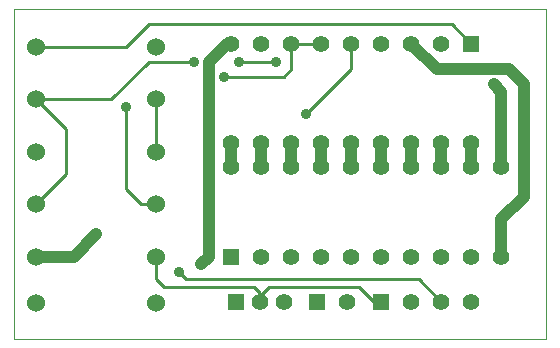
<source format=gtl>
G04 (created by PCBNEW (2013-05-31 BZR 4019)-stable) date 3/12/2014 4:46:27 PM*
%MOIN*%
G04 Gerber Fmt 3.4, Leading zero omitted, Abs format*
%FSLAX34Y34*%
G01*
G70*
G90*
G04 APERTURE LIST*
%ADD10C,0.00590551*%
%ADD11C,0.00393701*%
%ADD12R,0.055X0.055*%
%ADD13C,0.055*%
%ADD14C,0.06*%
%ADD15C,0.035*%
%ADD16C,0.0393701*%
%ADD17C,0.01*%
G04 APERTURE END LIST*
G54D10*
G54D11*
X24000Y-10750D02*
X6250Y-10750D01*
X24000Y-10750D02*
X24000Y-21750D01*
X6250Y-21750D02*
X24000Y-21750D01*
X6250Y-10750D02*
X6250Y-21750D01*
G54D12*
X21500Y-11900D03*
G54D13*
X20500Y-11900D03*
X19500Y-11900D03*
X18500Y-11900D03*
X17500Y-11900D03*
X16500Y-11900D03*
X15500Y-11900D03*
X14500Y-11900D03*
X13500Y-11900D03*
X13500Y-15200D03*
X14500Y-15200D03*
X15500Y-15200D03*
X16500Y-15200D03*
X17500Y-15200D03*
X18500Y-15200D03*
X19500Y-15200D03*
X20500Y-15200D03*
X21500Y-15200D03*
G54D12*
X13650Y-20500D03*
G54D13*
X14450Y-20500D03*
X15250Y-20500D03*
G54D12*
X13500Y-19000D03*
G54D13*
X14500Y-19000D03*
X15500Y-19000D03*
X16500Y-19000D03*
X17500Y-19000D03*
X18500Y-19000D03*
X19500Y-19000D03*
X20500Y-19000D03*
X21500Y-19000D03*
X22500Y-19000D03*
X22500Y-16000D03*
X21500Y-16000D03*
X20500Y-16000D03*
X19500Y-16000D03*
X18500Y-16000D03*
X17500Y-16000D03*
X16500Y-16000D03*
X15500Y-16000D03*
X14500Y-16000D03*
X13500Y-16000D03*
G54D14*
X7000Y-13750D03*
X11000Y-13750D03*
X11000Y-17250D03*
X7000Y-17250D03*
X11000Y-20550D03*
X7000Y-20550D03*
X7000Y-15500D03*
X11000Y-15500D03*
X11000Y-12000D03*
X7000Y-12000D03*
X7000Y-19000D03*
X11000Y-19000D03*
G54D12*
X18500Y-20500D03*
G54D13*
X19500Y-20500D03*
X20500Y-20500D03*
X21500Y-20500D03*
G54D12*
X16350Y-20500D03*
G54D13*
X17350Y-20500D03*
G54D15*
X9000Y-18250D03*
X10000Y-14000D03*
X13250Y-13000D03*
X15000Y-12500D03*
X13750Y-12500D03*
X12250Y-12500D03*
X12500Y-19250D03*
X22250Y-13250D03*
X16000Y-14250D03*
X11750Y-19500D03*
G54D16*
X8250Y-19000D02*
X7000Y-19000D01*
X9000Y-18250D02*
X8250Y-19000D01*
X22500Y-19000D02*
X22500Y-17750D01*
X20350Y-12750D02*
X19500Y-11900D01*
X22750Y-12750D02*
X20350Y-12750D01*
X23250Y-13250D02*
X22750Y-12750D01*
X23250Y-17000D02*
X23250Y-13250D01*
X22500Y-17750D02*
X23250Y-17000D01*
G54D17*
X11000Y-15500D02*
X11000Y-13750D01*
X15500Y-11900D02*
X15500Y-12750D01*
X10500Y-17250D02*
X11000Y-17250D01*
X10000Y-16750D02*
X10500Y-17250D01*
X10000Y-14000D02*
X10000Y-16750D01*
X15250Y-13000D02*
X13250Y-13000D01*
X15500Y-12750D02*
X15250Y-13000D01*
X15500Y-11900D02*
X16500Y-11900D01*
G54D16*
X20500Y-15200D02*
X20500Y-16000D01*
X13500Y-16000D02*
X13500Y-15200D01*
X19500Y-16000D02*
X19500Y-15200D01*
X17500Y-16000D02*
X17500Y-15200D01*
X18500Y-15200D02*
X18500Y-16000D01*
X15500Y-16000D02*
X15500Y-15200D01*
X16500Y-15200D02*
X16500Y-16000D01*
G54D17*
X7000Y-13750D02*
X9500Y-13750D01*
X13750Y-12500D02*
X15000Y-12500D01*
X10750Y-12500D02*
X12250Y-12500D01*
X9500Y-13750D02*
X10750Y-12500D01*
X18500Y-12000D02*
X18500Y-11900D01*
X7000Y-17250D02*
X8000Y-16250D01*
X8000Y-14750D02*
X7000Y-13750D01*
X8000Y-16250D02*
X8000Y-14750D01*
G54D16*
X13500Y-11900D02*
X13350Y-11900D01*
X12750Y-19000D02*
X12500Y-19250D01*
X12750Y-12500D02*
X12750Y-19000D01*
X13350Y-11900D02*
X12750Y-12500D01*
X21500Y-16000D02*
X21500Y-15200D01*
G54D17*
X7000Y-12000D02*
X10000Y-12000D01*
X20850Y-11250D02*
X21500Y-11900D01*
X10750Y-11250D02*
X20850Y-11250D01*
X10000Y-12000D02*
X10750Y-11250D01*
G54D16*
X22500Y-16000D02*
X22500Y-13500D01*
X22500Y-13500D02*
X22250Y-13250D01*
G54D17*
X16000Y-14250D02*
X17500Y-12750D01*
X17500Y-12750D02*
X17500Y-11900D01*
X18500Y-20500D02*
X18250Y-20500D01*
X14450Y-20300D02*
X14450Y-20500D01*
X14750Y-20000D02*
X14450Y-20300D01*
X17750Y-20000D02*
X14750Y-20000D01*
X18250Y-20500D02*
X17750Y-20000D01*
X14450Y-20500D02*
X14450Y-20200D01*
X11000Y-19750D02*
X11000Y-19000D01*
X11250Y-20000D02*
X11000Y-19750D01*
X14250Y-20000D02*
X11250Y-20000D01*
X14450Y-20200D02*
X14250Y-20000D01*
G54D16*
X14500Y-15200D02*
X14500Y-16000D01*
G54D17*
X20500Y-20500D02*
X19750Y-19750D01*
X12000Y-19750D02*
X11750Y-19500D01*
X19750Y-19750D02*
X12000Y-19750D01*
M02*

</source>
